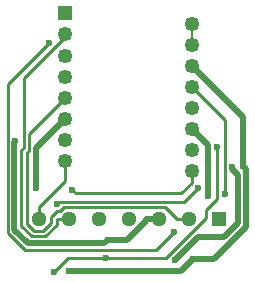
<source format=gbr>
%TF.GenerationSoftware,KiCad,Pcbnew,9.0.2*%
%TF.CreationDate,2025-12-07T23:47:29+09:00*%
%TF.ProjectId,pmw3610_breakout_for_frostortho,706d7733-3631-4305-9f62-7265616b6f75,rev?*%
%TF.SameCoordinates,Original*%
%TF.FileFunction,Copper,L1,Top*%
%TF.FilePolarity,Positive*%
%FSLAX46Y46*%
G04 Gerber Fmt 4.6, Leading zero omitted, Abs format (unit mm)*
G04 Created by KiCad (PCBNEW 9.0.2) date 2025-12-07 23:47:29*
%MOMM*%
%LPD*%
G01*
G04 APERTURE LIST*
G04 Aperture macros list*
%AMRoundRect*
0 Rectangle with rounded corners*
0 $1 Rounding radius*
0 $2 $3 $4 $5 $6 $7 $8 $9 X,Y pos of 4 corners*
0 Add a 4 corners polygon primitive as box body*
4,1,4,$2,$3,$4,$5,$6,$7,$8,$9,$2,$3,0*
0 Add four circle primitives for the rounded corners*
1,1,$1+$1,$2,$3*
1,1,$1+$1,$4,$5*
1,1,$1+$1,$6,$7*
1,1,$1+$1,$8,$9*
0 Add four rect primitives between the rounded corners*
20,1,$1+$1,$2,$3,$4,$5,0*
20,1,$1+$1,$4,$5,$6,$7,0*
20,1,$1+$1,$6,$7,$8,$9,0*
20,1,$1+$1,$8,$9,$2,$3,0*%
G04 Aperture macros list end*
%TA.AperFunction,ComponentPad*%
%ADD10RoundRect,0.187500X-0.437500X0.437500X-0.437500X-0.437500X0.437500X-0.437500X0.437500X0.437500X0*%
%TD*%
%TA.AperFunction,ComponentPad*%
%ADD11O,1.250000X1.250000*%
%TD*%
%TA.AperFunction,ComponentPad*%
%ADD12R,1.300000X1.300000*%
%TD*%
%TA.AperFunction,ComponentPad*%
%ADD13O,1.300000X1.300000*%
%TD*%
%TA.AperFunction,ViaPad*%
%ADD14C,0.600000*%
%TD*%
%TA.AperFunction,Conductor*%
%ADD15C,0.500000*%
%TD*%
%TA.AperFunction,Conductor*%
%ADD16C,0.250000*%
%TD*%
%TA.AperFunction,Conductor*%
%ADD17C,0.200000*%
%TD*%
G04 APERTURE END LIST*
D10*
%TO.P,U2,1,+VCSEL*%
%TO.N,Net-(U2-+VCSEL)*%
X130650000Y-81100000D03*
D11*
%TO.P,U2,2,SDIO*%
%TO.N,SDIO*%
X130650000Y-82880000D03*
%TO.P,U2,3,SCLK*%
%TO.N,SCLK*%
X130650000Y-84660000D03*
%TO.P,U2,4,NC*%
%TO.N,unconnected-(U2-NC-Pad4)*%
X130650000Y-86440000D03*
%TO.P,U2,5,NCS*%
%TO.N,NCS*%
X130650000Y-88220000D03*
%TO.P,U2,6,VDDIO*%
%TO.N,VCC*%
X130650000Y-90000000D03*
%TO.P,U2,7,NRESET*%
%TO.N,Net-(U2-NRESET)*%
X130650000Y-91780000D03*
%TO.P,U2,8,MOTION*%
%TO.N,MOTION*%
X130650000Y-93560000D03*
%TO.P,U2,9,VCP*%
%TO.N,Net-(U2-VCP)*%
X141350000Y-94450000D03*
%TO.P,U2,10,PASS_T*%
%TO.N,Net-(U2-+VCSEL)*%
X141350000Y-92670000D03*
%TO.P,U2,11,GND*%
%TO.N,GND*%
X141350000Y-90890000D03*
%TO.P,U2,12,CP*%
%TO.N,Net-(U2-CP)*%
X141350000Y-89110000D03*
%TO.P,U2,13,CN*%
%TO.N,Net-(U2-CN)*%
X141350000Y-87330000D03*
%TO.P,U2,14,VDD*%
%TO.N,+1V9*%
X141350000Y-85550000D03*
%TO.P,U2,15,XYLASER*%
%TO.N,Net-(U2--VCSEL)*%
X141350000Y-83770000D03*
%TO.P,U2,16,-VCSEL*%
X141350000Y-81990000D03*
%TD*%
D12*
%TO.P,J1,1,Pin_1*%
%TO.N,SCLK*%
X143620000Y-98500000D03*
D13*
%TO.P,J1,2,Pin_2*%
%TO.N,NCS*%
X141080000Y-98500000D03*
%TO.P,J1,3,Pin_3*%
%TO.N,GND*%
X138540000Y-98500000D03*
%TO.P,J1,4,Pin_4*%
%TO.N,VCC*%
X136000000Y-98500000D03*
%TO.P,J1,5,Pin_5*%
%TO.N,N/C*%
X133460000Y-98500000D03*
%TO.P,J1,6,Pin_6*%
%TO.N,SDIO*%
X130920000Y-98500000D03*
%TO.P,J1,7,Pin_6*%
%TO.N,MOTION*%
X128380000Y-98500000D03*
%TD*%
D14*
%TO.N,VCC*%
X139897300Y-102005500D03*
X143571500Y-99996600D03*
X144786300Y-94126600D03*
X128165200Y-95839900D03*
%TO.N,GND*%
X134225700Y-100246100D03*
X126416900Y-91894700D03*
X142725100Y-96595900D03*
%TO.N,+1V9*%
X145681100Y-94000000D03*
X130935400Y-102884900D03*
X141444700Y-101864200D03*
%TO.N,Net-(U2-+VCSEL)*%
X143492800Y-92441900D03*
X134112300Y-101787300D03*
X129686600Y-102965600D03*
%TO.N,Net-(U2-CP)*%
X129928300Y-97201600D03*
X141882400Y-95840600D03*
%TO.N,Net-(U2-CN)*%
X144153500Y-96412300D03*
%TO.N,Net-(U2-VCP)*%
X131224900Y-96031200D03*
%TO.N,SCLK*%
X139884000Y-99625400D03*
X129248700Y-83567000D03*
%TD*%
D15*
%TO.N,VCC*%
X145227500Y-94751300D02*
X144786300Y-94310100D01*
X128165300Y-92484700D02*
X128165300Y-95839900D01*
X128165300Y-95839900D02*
X128165200Y-95839900D01*
X144786300Y-94310100D02*
X144786300Y-94126600D01*
X139897300Y-102005500D02*
X141906200Y-99996600D01*
X130650000Y-90000000D02*
X128165300Y-92484700D01*
X141906200Y-99996600D02*
X143571500Y-99996600D01*
X143571500Y-99996600D02*
X144111600Y-99996600D01*
X144111600Y-99996600D02*
X145227500Y-98880700D01*
X145227500Y-98880700D02*
X145227500Y-94751300D01*
%TO.N,GND*%
X137438300Y-98640000D02*
X137438300Y-98500000D01*
X134225700Y-100246100D02*
X135832200Y-100246100D01*
X138540000Y-98500000D02*
X137438300Y-98500000D01*
X127504500Y-100565500D02*
X126333800Y-99394800D01*
X135832200Y-100246100D02*
X137438300Y-98640000D01*
X142725100Y-92265100D02*
X142725100Y-96595900D01*
X126333800Y-91977800D02*
X126416900Y-91894700D01*
X126333800Y-99394800D02*
X126333800Y-91977800D01*
X134225700Y-100246100D02*
X133906300Y-100565500D01*
X133906300Y-100565500D02*
X127504500Y-100565500D01*
X141350000Y-90890000D02*
X142725100Y-92265100D01*
%TO.N,+1V9*%
X145963100Y-99137500D02*
X145963100Y-94282000D01*
X145963100Y-94282000D02*
X145681100Y-94000000D01*
X130935400Y-102884900D02*
X140424000Y-102884900D01*
X140424000Y-102884900D02*
X141444700Y-101864200D01*
X143236400Y-101864200D02*
X145963100Y-99137500D01*
X141350000Y-85550000D02*
X145681100Y-89881100D01*
X145681100Y-89881100D02*
X145681100Y-94000000D01*
X141444700Y-101864200D02*
X143236400Y-101864200D01*
D16*
%TO.N,Net-(U2-+VCSEL)*%
X134112300Y-101787300D02*
X139174000Y-101787300D01*
X134112300Y-101787400D02*
X134112300Y-101787300D01*
X130864800Y-101787400D02*
X134112300Y-101787400D01*
X143492800Y-96811700D02*
X143492800Y-92441900D01*
X142550300Y-98411000D02*
X142550300Y-97754200D01*
X139174000Y-101787300D02*
X142550300Y-98411000D01*
X129686600Y-102965600D02*
X130864800Y-101787400D01*
X142550300Y-97754200D02*
X143492800Y-96811700D01*
%TO.N,Net-(U2-CP)*%
X130084700Y-97045200D02*
X140677800Y-97045200D01*
X129928300Y-97201600D02*
X130084700Y-97045200D01*
X140677800Y-97045200D02*
X141882400Y-95840600D01*
%TO.N,Net-(U2-CN)*%
X141350000Y-87330000D02*
X144153500Y-90133500D01*
X144153500Y-90133500D02*
X144153500Y-96412300D01*
%TO.N,Net-(U2-VCP)*%
X141350000Y-94450000D02*
X141350000Y-95453900D01*
X141350000Y-95453900D02*
X140466500Y-96337400D01*
X131531100Y-96337400D02*
X131224900Y-96031200D01*
X140466500Y-96337400D02*
X131531100Y-96337400D01*
D17*
%TO.N,Net-(U2--VCSEL)*%
X141350000Y-81990000D02*
X141350000Y-83770000D01*
D16*
%TO.N,MOTION*%
X130650000Y-93560000D02*
X130650000Y-95253300D01*
X128380000Y-98500000D02*
X128380000Y-97523300D01*
X130650000Y-95253300D02*
X128380000Y-97523300D01*
%TO.N,SCLK*%
X125757100Y-87058600D02*
X129248700Y-83567000D01*
X125757100Y-99671000D02*
X125757100Y-87058600D01*
X127237500Y-101151400D02*
X125757100Y-99671000D01*
X138358000Y-101151400D02*
X127237500Y-101151400D01*
X139884000Y-99625400D02*
X138358000Y-101151400D01*
%TO.N,SDIO*%
X126919300Y-92680800D02*
X127132600Y-92467500D01*
X127795000Y-99981700D02*
X126919300Y-99106000D01*
X126919300Y-99106000D02*
X126919300Y-92680800D01*
X127132600Y-86582700D02*
X130650000Y-83065300D01*
X130650000Y-83065300D02*
X130650000Y-82880000D01*
X127132600Y-92467500D02*
X127132600Y-86582700D01*
X129943300Y-98500000D02*
X129943300Y-98988300D01*
X130920000Y-98500000D02*
X129943300Y-98500000D01*
X128949900Y-99981700D02*
X127795000Y-99981700D01*
X129943300Y-98988300D02*
X128949900Y-99981700D01*
%TO.N,NCS*%
X129470000Y-98807800D02*
X129470000Y-98311400D01*
X130187900Y-97828300D02*
X130519300Y-97496900D01*
X127584300Y-92691500D02*
X127401400Y-92874400D01*
X128017200Y-99528500D02*
X128749300Y-99528500D01*
X127401400Y-92874400D02*
X127401400Y-98912700D01*
X130650000Y-88220000D02*
X127584300Y-91285700D01*
X127401400Y-98912700D02*
X128017200Y-99528500D01*
X139100200Y-97496900D02*
X140103300Y-98500000D01*
X141080000Y-98500000D02*
X140103300Y-98500000D01*
X130519300Y-97496900D02*
X139100200Y-97496900D01*
X129470000Y-98311400D02*
X129953100Y-97828300D01*
X128749300Y-99528500D02*
X129470000Y-98807800D01*
X127584300Y-91285700D02*
X127584300Y-92691500D01*
X129953100Y-97828300D02*
X130187900Y-97828300D01*
%TD*%
M02*

</source>
